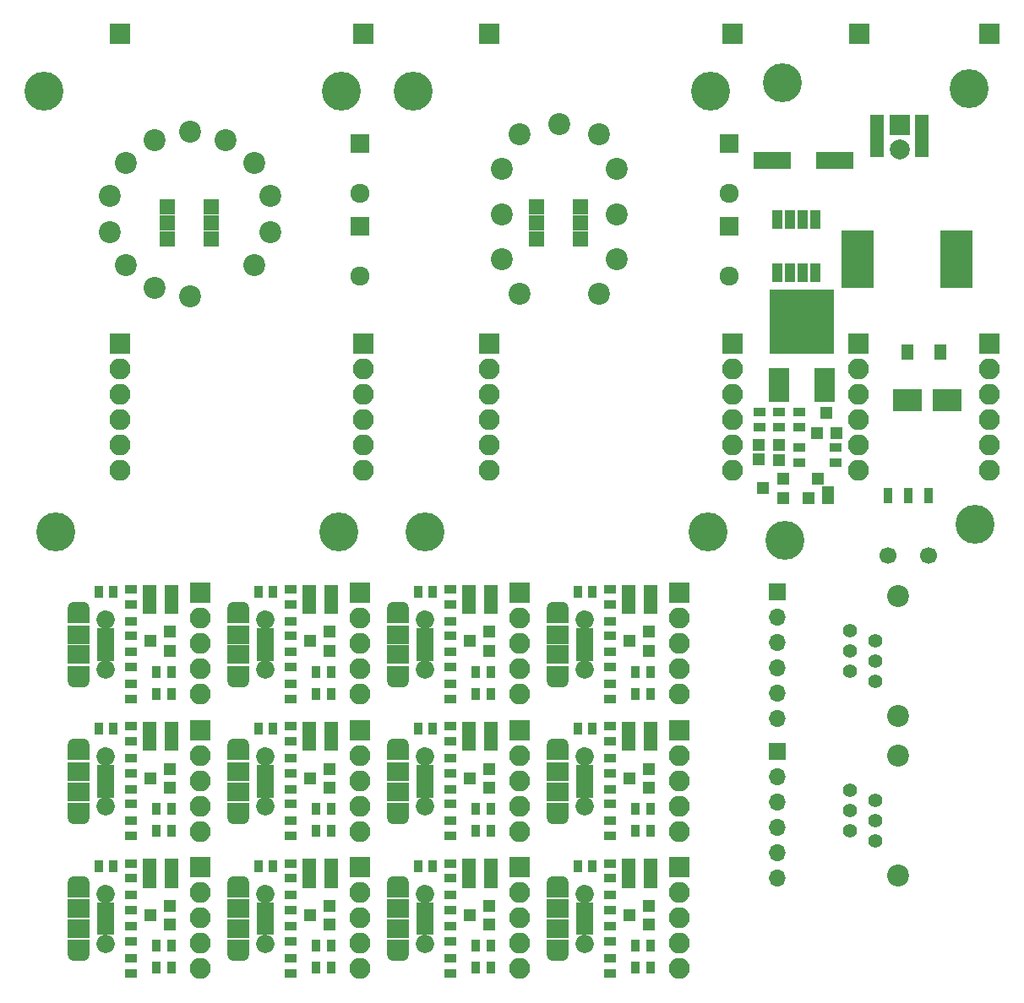
<source format=gts>
%MOIN*%
%OFA0B0*%
%FSLAX46Y46*%
%IPPOS*%
%LPD*%
%ADD10C,0.0039370078740157488*%
%ADD11R,0.0905511811023622X0.074803149606299218*%
%ADD12C,0.072834645669291348*%
%ADD13R,0.068897637795275593X0.031496062992125991*%
%ADD14O,0.0905511811023622X0.062992125984251982*%
%ADD15R,0.0905511811023622X0.062992125984251982*%
%ADD16R,0.051181102362204731X0.047244094488188976*%
%ADD17R,0.082677165354330714X0.082677165354330714*%
%ADD18O,0.082677165354330714X0.082677165354330714*%
%ADD19R,0.05748031496062992X0.041338582677165357*%
%ADD20R,0.051181102362204731X0.035433070866141732*%
%ADD21R,0.035433070866141732X0.051181102362204731*%
%ADD32C,0.0039370078740157488*%
%ADD33R,0.0905511811023622X0.074803149606299218*%
%ADD34C,0.072834645669291348*%
%ADD35R,0.068897637795275593X0.031496062992125991*%
%ADD36O,0.0905511811023622X0.062992125984251982*%
%ADD37R,0.0905511811023622X0.062992125984251982*%
%ADD38R,0.051181102362204731X0.047244094488188976*%
%ADD39R,0.082677165354330714X0.082677165354330714*%
%ADD40O,0.082677165354330714X0.082677165354330714*%
%ADD41R,0.05748031496062992X0.041338582677165357*%
%ADD42R,0.051181102362204731X0.035433070866141732*%
%ADD43R,0.035433070866141732X0.051181102362204731*%
%ADD44C,0.0039370078740157488*%
%ADD45R,0.0905511811023622X0.074803149606299218*%
%ADD46C,0.072834645669291348*%
%ADD47R,0.068897637795275593X0.031496062992125991*%
%ADD48O,0.0905511811023622X0.062992125984251982*%
%ADD49R,0.0905511811023622X0.062992125984251982*%
%ADD50R,0.051181102362204731X0.047244094488188976*%
%ADD51R,0.082677165354330714X0.082677165354330714*%
%ADD52O,0.082677165354330714X0.082677165354330714*%
%ADD53R,0.05748031496062992X0.041338582677165357*%
%ADD54R,0.051181102362204731X0.035433070866141732*%
%ADD55R,0.035433070866141732X0.051181102362204731*%
%ADD56C,0.0039370078740157488*%
%ADD57R,0.0905511811023622X0.074803149606299218*%
%ADD58C,0.072834645669291348*%
%ADD59R,0.068897637795275593X0.031496062992125991*%
%ADD60O,0.0905511811023622X0.062992125984251982*%
%ADD61R,0.0905511811023622X0.062992125984251982*%
%ADD62R,0.051181102362204731X0.047244094488188976*%
%ADD63R,0.082677165354330714X0.082677165354330714*%
%ADD64O,0.082677165354330714X0.082677165354330714*%
%ADD65R,0.05748031496062992X0.041338582677165357*%
%ADD66R,0.051181102362204731X0.035433070866141732*%
%ADD67R,0.035433070866141732X0.051181102362204731*%
%ADD68C,0.0039370078740157488*%
%ADD69R,0.0905511811023622X0.074803149606299218*%
%ADD70C,0.072834645669291348*%
%ADD71R,0.068897637795275593X0.031496062992125991*%
%ADD72O,0.0905511811023622X0.062992125984251982*%
%ADD73R,0.0905511811023622X0.062992125984251982*%
%ADD74R,0.051181102362204731X0.047244094488188976*%
%ADD75R,0.082677165354330714X0.082677165354330714*%
%ADD76O,0.082677165354330714X0.082677165354330714*%
%ADD77R,0.05748031496062992X0.041338582677165357*%
%ADD78R,0.051181102362204731X0.035433070866141732*%
%ADD79R,0.035433070866141732X0.051181102362204731*%
%ADD80C,0.0039370078740157488*%
%ADD81R,0.0905511811023622X0.074803149606299218*%
%ADD82C,0.072834645669291348*%
%ADD83R,0.068897637795275593X0.031496062992125991*%
%ADD84O,0.0905511811023622X0.062992125984251982*%
%ADD85R,0.0905511811023622X0.062992125984251982*%
%ADD86R,0.051181102362204731X0.047244094488188976*%
%ADD87R,0.082677165354330714X0.082677165354330714*%
%ADD88O,0.082677165354330714X0.082677165354330714*%
%ADD89R,0.05748031496062992X0.041338582677165357*%
%ADD90R,0.051181102362204731X0.035433070866141732*%
%ADD91R,0.035433070866141732X0.051181102362204731*%
%ADD92C,0.0039370078740157488*%
%ADD93R,0.0905511811023622X0.074803149606299218*%
%ADD94C,0.072834645669291348*%
%ADD95R,0.068897637795275593X0.031496062992125991*%
%ADD96O,0.0905511811023622X0.062992125984251982*%
%ADD97R,0.0905511811023622X0.062992125984251982*%
%ADD98R,0.051181102362204731X0.047244094488188976*%
%ADD99R,0.082677165354330714X0.082677165354330714*%
%ADD100O,0.082677165354330714X0.082677165354330714*%
%ADD101R,0.05748031496062992X0.041338582677165357*%
%ADD102R,0.051181102362204731X0.035433070866141732*%
%ADD103R,0.035433070866141732X0.051181102362204731*%
%ADD104C,0.0039370078740157488*%
%ADD105R,0.0905511811023622X0.074803149606299218*%
%ADD106C,0.072834645669291348*%
%ADD107R,0.068897637795275593X0.031496062992125991*%
%ADD108O,0.0905511811023622X0.062992125984251982*%
%ADD109R,0.0905511811023622X0.062992125984251982*%
%ADD110R,0.051181102362204731X0.047244094488188976*%
%ADD111R,0.082677165354330714X0.082677165354330714*%
%ADD112O,0.082677165354330714X0.082677165354330714*%
%ADD113R,0.05748031496062992X0.041338582677165357*%
%ADD114R,0.051181102362204731X0.035433070866141732*%
%ADD115R,0.035433070866141732X0.051181102362204731*%
%ADD116C,0.0039370078740157488*%
%ADD117R,0.0905511811023622X0.074803149606299218*%
%ADD118C,0.072834645669291348*%
%ADD119R,0.068897637795275593X0.031496062992125991*%
%ADD120O,0.0905511811023622X0.062992125984251982*%
%ADD121R,0.0905511811023622X0.062992125984251982*%
%ADD122R,0.051181102362204731X0.047244094488188976*%
%ADD123R,0.082677165354330714X0.082677165354330714*%
%ADD124O,0.082677165354330714X0.082677165354330714*%
%ADD125R,0.05748031496062992X0.041338582677165357*%
%ADD126R,0.051181102362204731X0.035433070866141732*%
%ADD127R,0.035433070866141732X0.051181102362204731*%
%ADD128C,0.0039370078740157488*%
%ADD129R,0.0905511811023622X0.074803149606299218*%
%ADD130C,0.072834645669291348*%
%ADD131R,0.068897637795275593X0.031496062992125991*%
%ADD132O,0.0905511811023622X0.062992125984251982*%
%ADD133R,0.0905511811023622X0.062992125984251982*%
%ADD134R,0.051181102362204731X0.047244094488188976*%
%ADD135R,0.082677165354330714X0.082677165354330714*%
%ADD136O,0.082677165354330714X0.082677165354330714*%
%ADD137R,0.05748031496062992X0.041338582677165357*%
%ADD138R,0.051181102362204731X0.035433070866141732*%
%ADD139R,0.035433070866141732X0.051181102362204731*%
%ADD140C,0.0039370078740157488*%
%ADD141R,0.0905511811023622X0.074803149606299218*%
%ADD142C,0.072834645669291348*%
%ADD143R,0.068897637795275593X0.031496062992125991*%
%ADD144O,0.0905511811023622X0.062992125984251982*%
%ADD145R,0.0905511811023622X0.062992125984251982*%
%ADD146R,0.051181102362204731X0.047244094488188976*%
%ADD147R,0.082677165354330714X0.082677165354330714*%
%ADD148O,0.082677165354330714X0.082677165354330714*%
%ADD149R,0.05748031496062992X0.041338582677165357*%
%ADD150R,0.051181102362204731X0.035433070866141732*%
%ADD151R,0.035433070866141732X0.051181102362204731*%
%ADD152C,0.0039370078740157488*%
%ADD153R,0.0905511811023622X0.074803149606299218*%
%ADD154C,0.072834645669291348*%
%ADD155R,0.068897637795275593X0.031496062992125991*%
%ADD156O,0.0905511811023622X0.062992125984251982*%
%ADD157R,0.0905511811023622X0.062992125984251982*%
%ADD158R,0.051181102362204731X0.047244094488188976*%
%ADD159R,0.082677165354330714X0.082677165354330714*%
%ADD160O,0.082677165354330714X0.082677165354330714*%
%ADD161R,0.05748031496062992X0.041338582677165357*%
%ADD162R,0.051181102362204731X0.035433070866141732*%
%ADD163R,0.035433070866141732X0.051181102362204731*%
%ADD164C,0.0039370078740157488*%
%ADD165C,0.086614173228346469*%
%ADD166R,0.062992125984251982X0.062992125984251982*%
%ADD167C,0.15354330708661418*%
%ADD168R,0.07574803149606299X0.07574803149606299*%
%ADD169C,0.07574803149606299*%
%ADD170R,0.082677165354330714X0.082677165354330714*%
%ADD171O,0.082677165354330714X0.082677165354330714*%
%ADD172C,0.0039370078740157488*%
%ADD173C,0.15354330708661418*%
%ADD174C,0.086614173228346469*%
%ADD175R,0.062992125984251982X0.062992125984251982*%
%ADD176R,0.082677165354330714X0.082677165354330714*%
%ADD177O,0.082677165354330714X0.082677165354330714*%
%ADD178R,0.07574803149606299X0.07574803149606299*%
%ADD179C,0.07574803149606299*%
%ADD180C,0.0039370078740157488*%
%ADD181C,0.086614173228346469*%
%ADD182C,0.055118110236220472*%
%ADD183R,0.066929133858267723X0.066929133858267723*%
%ADD184O,0.066929133858267723X0.066929133858267723*%
%ADD185C,0.0039370078740157488*%
%ADD186C,0.086614173228346469*%
%ADD187C,0.055118110236220472*%
%ADD188R,0.066929133858267723X0.066929133858267723*%
%ADD189O,0.066929133858267723X0.066929133858267723*%
%ADD190C,0.0039370078740157488*%
%ADD191R,0.080748031496063008X0.135748031496063*%
%ADD192R,0.255748031496063X0.255748031496063*%
%ADD193C,0.15354330708661418*%
%ADD194R,0.07874015748031496X0.07874015748031496*%
%ADD195C,0.07874015748031496*%
%ADD196R,0.055118110236220472X0.16535433070866143*%
%ADD197R,0.14960629921259844X0.070866141732283464*%
%ADD198R,0.035433070866141732X0.062992125984251982*%
%ADD199C,0.066929133858267723*%
%ADD200R,0.03937007874015748X0.076771653543307089*%
%ADD201R,0.12992125984251968X0.2283464566929134*%
%ADD202R,0.047244094488188976X0.051181102362204731*%
%ADD203R,0.051181102362204731X0.062992125984251982*%
%ADD204R,0.1141732283464567X0.086614173228346469*%
%ADD205R,0.082677165354330714X0.082677165354330714*%
%ADD206R,0.0452755905511811X0.047244094488188976*%
%ADD207R,0.051181102362204731X0.035433070866141732*%
%ADD208R,0.051181102362204731X0.047244094488188976*%
%ADD209R,0.047244094488188976X0.055118110236220472*%
%ADD210O,0.082677165354330714X0.082677165354330714*%
G01G01*
D10*
D11*
X0000196850Y0001181102D02*
X0000275984Y0001409448D03*
D12*
X0000382283Y0001547244D03*
D13*
X0000382283Y0001474409D03*
X0000382283Y0001500000D03*
X0000382283Y0001397637D03*
X0000382283Y0001423228D03*
X0000382283Y0001448818D03*
D12*
X0000382283Y0001350393D03*
D11*
X0000275984Y0001488188D03*
D14*
X0000275984Y0001586614D03*
X0000275984Y0001311023D03*
D15*
X0000275984Y0001334645D03*
X0000275984Y0001562992D03*
D16*
X0000635433Y0001424409D03*
X0000635433Y0001499212D03*
X0000556692Y0001461810D03*
D17*
X0000755905Y0001651574D03*
D18*
X0000755905Y0001551574D03*
X0000755905Y0001451574D03*
X0000755905Y0001351574D03*
X0000755905Y0001251574D03*
D19*
X0000553937Y0001664566D03*
X0000553937Y0001627165D03*
X0000553937Y0001589763D03*
X0000640551Y0001589763D03*
X0000640551Y0001664566D03*
X0000640551Y0001627165D03*
D20*
X0000481102Y0001666929D03*
X0000481102Y0001607874D03*
X0000481102Y0001481889D03*
X0000481102Y0001540944D03*
D21*
X0000412598Y0001656299D03*
X0000353543Y0001656299D03*
D20*
X0000481102Y0001360236D03*
X0000481102Y0001419291D03*
X0000481102Y0001292913D03*
X0000481102Y0001233858D03*
D21*
X0000640944Y0001254724D03*
X0000581889Y0001254724D03*
X0000640944Y0001340944D03*
X0000581889Y0001340944D03*
G04 next file*
G04 Gerber Fmt 4.6, Leading zero omitted, Abs format (unit mm)*
G04 Created by KiCad (PCBNEW 4.0.7) date 11/16/17 17:14:57*
G01G01*
G04 APERTURE LIST*
G04 APERTURE END LIST*
D32*
D33*
X0000196850Y0000639763D02*
X0000275984Y0000868110D03*
D34*
X0000382283Y0001005905D03*
D35*
X0000382283Y0000933070D03*
X0000382283Y0000958661D03*
X0000382283Y0000856299D03*
X0000382283Y0000881889D03*
X0000382283Y0000907480D03*
D34*
X0000382283Y0000809055D03*
D33*
X0000275984Y0000946850D03*
D36*
X0000275984Y0001045275D03*
X0000275984Y0000769685D03*
D37*
X0000275984Y0000793307D03*
X0000275984Y0001021653D03*
D38*
X0000635433Y0000883070D03*
X0000635433Y0000957874D03*
X0000556692Y0000920472D03*
D39*
X0000755905Y0001110236D03*
D40*
X0000755905Y0001010236D03*
X0000755905Y0000910236D03*
X0000755905Y0000810236D03*
X0000755905Y0000710236D03*
D41*
X0000553937Y0001123228D03*
X0000553937Y0001085826D03*
X0000553937Y0001048425D03*
X0000640551Y0001048425D03*
X0000640551Y0001123228D03*
X0000640551Y0001085826D03*
D42*
X0000481102Y0001125590D03*
X0000481102Y0001066535D03*
X0000481102Y0000940551D03*
X0000481102Y0000999606D03*
D43*
X0000412598Y0001114960D03*
X0000353543Y0001114960D03*
D42*
X0000481102Y0000818897D03*
X0000481102Y0000877952D03*
X0000481102Y0000751574D03*
X0000481102Y0000692519D03*
D43*
X0000640944Y0000713385D03*
X0000581889Y0000713385D03*
X0000640944Y0000799606D03*
X0000581889Y0000799606D03*
G04 next file*
G04 Gerber Fmt 4.6, Leading zero omitted, Abs format (unit mm)*
G04 Created by KiCad (PCBNEW 4.0.7) date 11/16/17 17:14:57*
G01G01*
G04 APERTURE LIST*
G04 APERTURE END LIST*
D44*
D45*
X0000196850Y0000098425D02*
X0000275984Y0000326771D03*
D46*
X0000382283Y0000464566D03*
D47*
X0000382283Y0000391732D03*
X0000382283Y0000417322D03*
X0000382283Y0000314960D03*
X0000382283Y0000340551D03*
X0000382283Y0000366141D03*
D46*
X0000382283Y0000267716D03*
D45*
X0000275984Y0000405511D03*
D48*
X0000275984Y0000503937D03*
X0000275984Y0000228346D03*
D49*
X0000275984Y0000251968D03*
X0000275984Y0000480314D03*
D50*
X0000635433Y0000341732D03*
X0000635433Y0000416535D03*
X0000556692Y0000379133D03*
D51*
X0000755905Y0000568897D03*
D52*
X0000755905Y0000468897D03*
X0000755905Y0000368897D03*
X0000755905Y0000268897D03*
X0000755905Y0000168897D03*
D53*
X0000553937Y0000581889D03*
X0000553937Y0000544488D03*
X0000553937Y0000507086D03*
X0000640551Y0000507086D03*
X0000640551Y0000581889D03*
X0000640551Y0000544488D03*
D54*
X0000481102Y0000584251D03*
X0000481102Y0000525196D03*
X0000481102Y0000399212D03*
X0000481102Y0000458267D03*
D55*
X0000412598Y0000573622D03*
X0000353543Y0000573622D03*
D54*
X0000481102Y0000277559D03*
X0000481102Y0000336614D03*
X0000481102Y0000210236D03*
X0000481102Y0000151181D03*
D55*
X0000640944Y0000172047D03*
X0000581889Y0000172047D03*
X0000640944Y0000258267D03*
X0000581889Y0000258267D03*
G04 next file*
G04 Gerber Fmt 4.6, Leading zero omitted, Abs format (unit mm)*
G04 Created by KiCad (PCBNEW 4.0.7) date 11/16/17 17:14:57*
G01G01*
G04 APERTURE LIST*
G04 APERTURE END LIST*
D56*
D57*
X0000826771Y0001181102D02*
X0000905905Y0001409448D03*
D58*
X0001012204Y0001547244D03*
D59*
X0001012204Y0001474409D03*
X0001012204Y0001500000D03*
X0001012204Y0001397637D03*
X0001012204Y0001423228D03*
X0001012204Y0001448818D03*
D58*
X0001012204Y0001350393D03*
D57*
X0000905905Y0001488188D03*
D60*
X0000905905Y0001586614D03*
X0000905905Y0001311023D03*
D61*
X0000905905Y0001334645D03*
X0000905905Y0001562992D03*
D62*
X0001265354Y0001424409D03*
X0001265354Y0001499212D03*
X0001186614Y0001461810D03*
D63*
X0001385826Y0001651574D03*
D64*
X0001385826Y0001551574D03*
X0001385826Y0001451574D03*
X0001385826Y0001351574D03*
X0001385826Y0001251574D03*
D65*
X0001183858Y0001664566D03*
X0001183858Y0001627165D03*
X0001183858Y0001589763D03*
X0001270472Y0001589763D03*
X0001270472Y0001664566D03*
X0001270472Y0001627165D03*
D66*
X0001111023Y0001666929D03*
X0001111023Y0001607874D03*
X0001111023Y0001481889D03*
X0001111023Y0001540944D03*
D67*
X0001042519Y0001656299D03*
X0000983464Y0001656299D03*
D66*
X0001111023Y0001360236D03*
X0001111023Y0001419291D03*
X0001111023Y0001292913D03*
X0001111023Y0001233858D03*
D67*
X0001270866Y0001254724D03*
X0001211811Y0001254724D03*
X0001270866Y0001340944D03*
X0001211811Y0001340944D03*
G04 next file*
G04 Gerber Fmt 4.6, Leading zero omitted, Abs format (unit mm)*
G04 Created by KiCad (PCBNEW 4.0.7) date 11/16/17 17:14:57*
G01G01*
G04 APERTURE LIST*
G04 APERTURE END LIST*
D68*
D69*
X0000826771Y0000639763D02*
X0000905905Y0000868110D03*
D70*
X0001012204Y0001005905D03*
D71*
X0001012204Y0000933070D03*
X0001012204Y0000958661D03*
X0001012204Y0000856299D03*
X0001012204Y0000881889D03*
X0001012204Y0000907480D03*
D70*
X0001012204Y0000809055D03*
D69*
X0000905905Y0000946850D03*
D72*
X0000905905Y0001045275D03*
X0000905905Y0000769685D03*
D73*
X0000905905Y0000793307D03*
X0000905905Y0001021653D03*
D74*
X0001265354Y0000883070D03*
X0001265354Y0000957874D03*
X0001186614Y0000920472D03*
D75*
X0001385826Y0001110236D03*
D76*
X0001385826Y0001010236D03*
X0001385826Y0000910236D03*
X0001385826Y0000810236D03*
X0001385826Y0000710236D03*
D77*
X0001183858Y0001123228D03*
X0001183858Y0001085826D03*
X0001183858Y0001048425D03*
X0001270472Y0001048425D03*
X0001270472Y0001123228D03*
X0001270472Y0001085826D03*
D78*
X0001111023Y0001125590D03*
X0001111023Y0001066535D03*
X0001111023Y0000940551D03*
X0001111023Y0000999606D03*
D79*
X0001042519Y0001114960D03*
X0000983464Y0001114960D03*
D78*
X0001111023Y0000818897D03*
X0001111023Y0000877952D03*
X0001111023Y0000751574D03*
X0001111023Y0000692519D03*
D79*
X0001270866Y0000713385D03*
X0001211811Y0000713385D03*
X0001270866Y0000799606D03*
X0001211811Y0000799606D03*
G04 next file*
G04 Gerber Fmt 4.6, Leading zero omitted, Abs format (unit mm)*
G04 Created by KiCad (PCBNEW 4.0.7) date 11/16/17 17:14:57*
G01G01*
G04 APERTURE LIST*
G04 APERTURE END LIST*
D80*
D81*
X0000826771Y0000098425D02*
X0000905905Y0000326771D03*
D82*
X0001012204Y0000464566D03*
D83*
X0001012204Y0000391732D03*
X0001012204Y0000417322D03*
X0001012204Y0000314960D03*
X0001012204Y0000340551D03*
X0001012204Y0000366141D03*
D82*
X0001012204Y0000267716D03*
D81*
X0000905905Y0000405511D03*
D84*
X0000905905Y0000503937D03*
X0000905905Y0000228346D03*
D85*
X0000905905Y0000251968D03*
X0000905905Y0000480314D03*
D86*
X0001265354Y0000341732D03*
X0001265354Y0000416535D03*
X0001186614Y0000379133D03*
D87*
X0001385826Y0000568897D03*
D88*
X0001385826Y0000468897D03*
X0001385826Y0000368897D03*
X0001385826Y0000268897D03*
X0001385826Y0000168897D03*
D89*
X0001183858Y0000581889D03*
X0001183858Y0000544488D03*
X0001183858Y0000507086D03*
X0001270472Y0000507086D03*
X0001270472Y0000581889D03*
X0001270472Y0000544488D03*
D90*
X0001111023Y0000584251D03*
X0001111023Y0000525196D03*
X0001111023Y0000399212D03*
X0001111023Y0000458267D03*
D91*
X0001042519Y0000573622D03*
X0000983464Y0000573622D03*
D90*
X0001111023Y0000277559D03*
X0001111023Y0000336614D03*
X0001111023Y0000210236D03*
X0001111023Y0000151181D03*
D91*
X0001270866Y0000172047D03*
X0001211811Y0000172047D03*
X0001270866Y0000258267D03*
X0001211811Y0000258267D03*
G04 next file*
G04 Gerber Fmt 4.6, Leading zero omitted, Abs format (unit mm)*
G04 Created by KiCad (PCBNEW 4.0.7) date 11/16/17 17:14:57*
G01G01*
G04 APERTURE LIST*
G04 APERTURE END LIST*
D92*
D93*
X0001456692Y0001181102D02*
X0001535826Y0001409448D03*
D94*
X0001642125Y0001547244D03*
D95*
X0001642125Y0001474409D03*
X0001642125Y0001500000D03*
X0001642125Y0001397637D03*
X0001642125Y0001423228D03*
X0001642125Y0001448818D03*
D94*
X0001642125Y0001350393D03*
D93*
X0001535826Y0001488188D03*
D96*
X0001535826Y0001586614D03*
X0001535826Y0001311023D03*
D97*
X0001535826Y0001334645D03*
X0001535826Y0001562992D03*
D98*
X0001895275Y0001424409D03*
X0001895275Y0001499212D03*
X0001816535Y0001461810D03*
D99*
X0002015748Y0001651574D03*
D100*
X0002015748Y0001551574D03*
X0002015748Y0001451574D03*
X0002015748Y0001351574D03*
X0002015748Y0001251574D03*
D101*
X0001813779Y0001664566D03*
X0001813779Y0001627165D03*
X0001813779Y0001589763D03*
X0001900393Y0001589763D03*
X0001900393Y0001664566D03*
X0001900393Y0001627165D03*
D102*
X0001740944Y0001666929D03*
X0001740944Y0001607874D03*
X0001740944Y0001481889D03*
X0001740944Y0001540944D03*
D103*
X0001672440Y0001656299D03*
X0001613385Y0001656299D03*
D102*
X0001740944Y0001360236D03*
X0001740944Y0001419291D03*
X0001740944Y0001292913D03*
X0001740944Y0001233858D03*
D103*
X0001900787Y0001254724D03*
X0001841732Y0001254724D03*
X0001900787Y0001340944D03*
X0001841732Y0001340944D03*
G04 next file*
G04 Gerber Fmt 4.6, Leading zero omitted, Abs format (unit mm)*
G04 Created by KiCad (PCBNEW 4.0.7) date 11/16/17 17:14:57*
G01G01*
G04 APERTURE LIST*
G04 APERTURE END LIST*
D104*
D105*
X0001456692Y0000639763D02*
X0001535826Y0000868110D03*
D106*
X0001642125Y0001005905D03*
D107*
X0001642125Y0000933070D03*
X0001642125Y0000958661D03*
X0001642125Y0000856299D03*
X0001642125Y0000881889D03*
X0001642125Y0000907480D03*
D106*
X0001642125Y0000809055D03*
D105*
X0001535826Y0000946850D03*
D108*
X0001535826Y0001045275D03*
X0001535826Y0000769685D03*
D109*
X0001535826Y0000793307D03*
X0001535826Y0001021653D03*
D110*
X0001895275Y0000883070D03*
X0001895275Y0000957874D03*
X0001816535Y0000920472D03*
D111*
X0002015748Y0001110236D03*
D112*
X0002015748Y0001010236D03*
X0002015748Y0000910236D03*
X0002015748Y0000810236D03*
X0002015748Y0000710236D03*
D113*
X0001813779Y0001123228D03*
X0001813779Y0001085826D03*
X0001813779Y0001048425D03*
X0001900393Y0001048425D03*
X0001900393Y0001123228D03*
X0001900393Y0001085826D03*
D114*
X0001740944Y0001125590D03*
X0001740944Y0001066535D03*
X0001740944Y0000940551D03*
X0001740944Y0000999606D03*
D115*
X0001672440Y0001114960D03*
X0001613385Y0001114960D03*
D114*
X0001740944Y0000818897D03*
X0001740944Y0000877952D03*
X0001740944Y0000751574D03*
X0001740944Y0000692519D03*
D115*
X0001900787Y0000713385D03*
X0001841732Y0000713385D03*
X0001900787Y0000799606D03*
X0001841732Y0000799606D03*
G04 next file*
G04 Gerber Fmt 4.6, Leading zero omitted, Abs format (unit mm)*
G04 Created by KiCad (PCBNEW 4.0.7) date 11/16/17 17:14:57*
G01G01*
G04 APERTURE LIST*
G04 APERTURE END LIST*
D116*
D117*
X0001456692Y0000098425D02*
X0001535826Y0000326771D03*
D118*
X0001642125Y0000464566D03*
D119*
X0001642125Y0000391732D03*
X0001642125Y0000417322D03*
X0001642125Y0000314960D03*
X0001642125Y0000340551D03*
X0001642125Y0000366141D03*
D118*
X0001642125Y0000267716D03*
D117*
X0001535826Y0000405511D03*
D120*
X0001535826Y0000503937D03*
X0001535826Y0000228346D03*
D121*
X0001535826Y0000251968D03*
X0001535826Y0000480314D03*
D122*
X0001895275Y0000341732D03*
X0001895275Y0000416535D03*
X0001816535Y0000379133D03*
D123*
X0002015748Y0000568897D03*
D124*
X0002015748Y0000468897D03*
X0002015748Y0000368897D03*
X0002015748Y0000268897D03*
X0002015748Y0000168897D03*
D125*
X0001813779Y0000581889D03*
X0001813779Y0000544488D03*
X0001813779Y0000507086D03*
X0001900393Y0000507086D03*
X0001900393Y0000581889D03*
X0001900393Y0000544488D03*
D126*
X0001740944Y0000584251D03*
X0001740944Y0000525196D03*
X0001740944Y0000399212D03*
X0001740944Y0000458267D03*
D127*
X0001672440Y0000573622D03*
X0001613385Y0000573622D03*
D126*
X0001740944Y0000277559D03*
X0001740944Y0000336614D03*
X0001740944Y0000210236D03*
X0001740944Y0000151181D03*
D127*
X0001900787Y0000172047D03*
X0001841732Y0000172047D03*
X0001900787Y0000258267D03*
X0001841732Y0000258267D03*
G04 next file*
G04 Gerber Fmt 4.6, Leading zero omitted, Abs format (unit mm)*
G04 Created by KiCad (PCBNEW 4.0.7) date 11/16/17 17:14:57*
G01G01*
G04 APERTURE LIST*
G04 APERTURE END LIST*
D128*
D129*
X0002086614Y0001181102D02*
X0002165748Y0001409448D03*
D130*
X0002272047Y0001547244D03*
D131*
X0002272047Y0001474409D03*
X0002272047Y0001500000D03*
X0002272047Y0001397637D03*
X0002272047Y0001423228D03*
X0002272047Y0001448818D03*
D130*
X0002272047Y0001350393D03*
D129*
X0002165748Y0001488188D03*
D132*
X0002165748Y0001586614D03*
X0002165748Y0001311023D03*
D133*
X0002165748Y0001334645D03*
X0002165748Y0001562992D03*
D134*
X0002525196Y0001424409D03*
X0002525196Y0001499212D03*
X0002446456Y0001461810D03*
D135*
X0002645669Y0001651574D03*
D136*
X0002645669Y0001551574D03*
X0002645669Y0001451574D03*
X0002645669Y0001351574D03*
X0002645669Y0001251574D03*
D137*
X0002443700Y0001664566D03*
X0002443700Y0001627165D03*
X0002443700Y0001589763D03*
X0002530314Y0001589763D03*
X0002530314Y0001664566D03*
X0002530314Y0001627165D03*
D138*
X0002370866Y0001666929D03*
X0002370866Y0001607874D03*
X0002370866Y0001481889D03*
X0002370866Y0001540944D03*
D139*
X0002302362Y0001656299D03*
X0002243307Y0001656299D03*
D138*
X0002370866Y0001360236D03*
X0002370866Y0001419291D03*
X0002370866Y0001292913D03*
X0002370866Y0001233858D03*
D139*
X0002530708Y0001254724D03*
X0002471653Y0001254724D03*
X0002530708Y0001340944D03*
X0002471653Y0001340944D03*
G04 next file*
G04 Gerber Fmt 4.6, Leading zero omitted, Abs format (unit mm)*
G04 Created by KiCad (PCBNEW 4.0.7) date 11/16/17 17:14:57*
G01G01*
G04 APERTURE LIST*
G04 APERTURE END LIST*
D140*
D141*
X0002086614Y0000639763D02*
X0002165748Y0000868110D03*
D142*
X0002272047Y0001005905D03*
D143*
X0002272047Y0000933070D03*
X0002272047Y0000958661D03*
X0002272047Y0000856299D03*
X0002272047Y0000881889D03*
X0002272047Y0000907480D03*
D142*
X0002272047Y0000809055D03*
D141*
X0002165748Y0000946850D03*
D144*
X0002165748Y0001045275D03*
X0002165748Y0000769685D03*
D145*
X0002165748Y0000793307D03*
X0002165748Y0001021653D03*
D146*
X0002525196Y0000883070D03*
X0002525196Y0000957874D03*
X0002446456Y0000920472D03*
D147*
X0002645669Y0001110236D03*
D148*
X0002645669Y0001010236D03*
X0002645669Y0000910236D03*
X0002645669Y0000810236D03*
X0002645669Y0000710236D03*
D149*
X0002443700Y0001123228D03*
X0002443700Y0001085826D03*
X0002443700Y0001048425D03*
X0002530314Y0001048425D03*
X0002530314Y0001123228D03*
X0002530314Y0001085826D03*
D150*
X0002370866Y0001125590D03*
X0002370866Y0001066535D03*
X0002370866Y0000940551D03*
X0002370866Y0000999606D03*
D151*
X0002302362Y0001114960D03*
X0002243307Y0001114960D03*
D150*
X0002370866Y0000818897D03*
X0002370866Y0000877952D03*
X0002370866Y0000751574D03*
X0002370866Y0000692519D03*
D151*
X0002530708Y0000713385D03*
X0002471653Y0000713385D03*
X0002530708Y0000799606D03*
X0002471653Y0000799606D03*
G04 next file*
G04 Gerber Fmt 4.6, Leading zero omitted, Abs format (unit mm)*
G04 Created by KiCad (PCBNEW 4.0.7) date 11/16/17 17:14:57*
G01G01*
G04 APERTURE LIST*
G04 APERTURE END LIST*
D152*
D153*
X0002086614Y0000098425D02*
X0002165748Y0000326771D03*
D154*
X0002272047Y0000464566D03*
D155*
X0002272047Y0000391732D03*
X0002272047Y0000417322D03*
X0002272047Y0000314960D03*
X0002272047Y0000340551D03*
X0002272047Y0000366141D03*
D154*
X0002272047Y0000267716D03*
D153*
X0002165748Y0000405511D03*
D156*
X0002165748Y0000503937D03*
X0002165748Y0000228346D03*
D157*
X0002165748Y0000251968D03*
X0002165748Y0000480314D03*
D158*
X0002525196Y0000341732D03*
X0002525196Y0000416535D03*
X0002446456Y0000379133D03*
D159*
X0002645669Y0000568897D03*
D160*
X0002645669Y0000468897D03*
X0002645669Y0000368897D03*
X0002645669Y0000268897D03*
X0002645669Y0000168897D03*
D161*
X0002443700Y0000581889D03*
X0002443700Y0000544488D03*
X0002443700Y0000507086D03*
X0002530314Y0000507086D03*
X0002530314Y0000581889D03*
X0002530314Y0000544488D03*
D162*
X0002370866Y0000584251D03*
X0002370866Y0000525196D03*
X0002370866Y0000399212D03*
X0002370866Y0000458267D03*
D163*
X0002302362Y0000573622D03*
X0002243307Y0000573622D03*
D162*
X0002370866Y0000277559D03*
X0002370866Y0000336614D03*
X0002370866Y0000210236D03*
X0002370866Y0000151181D03*
D163*
X0002530708Y0000172047D03*
X0002471653Y0000172047D03*
X0002530708Y0000258267D03*
X0002471653Y0000258267D03*
G04 next file*
G04 Gerber Fmt 4.6, Leading zero omitted, Abs format (unit mm)*
G04 Created by KiCad (PCBNEW 4.0.7) date 11/16/17 20:56:22*
G01G01*
G04 APERTURE LIST*
G04 APERTURE END LIST*
D164*
D165*
X0001456692Y0003937007D02*
X0002397368Y0003325362D03*
X0002397368Y0003148196D03*
X0002397368Y0002971031D03*
X0001944612Y0003325362D03*
X0001944612Y0003148196D03*
X0001944612Y0002971031D03*
X0002013510Y0003463157D03*
X0002328470Y0003463157D03*
X0002013510Y0002833236D03*
X0002328470Y0002833236D03*
X0002170990Y0003502527D03*
D166*
X0002253937Y0003175196D03*
X0002253937Y0003112204D03*
X0002080708Y0003175196D03*
X0002080708Y0003112204D03*
X0002080708Y0003049212D03*
X0002253937Y0003049212D03*
D167*
X0002757086Y0001893700D03*
X0001641732Y0001893700D03*
X0001594488Y0003633858D03*
X0002767716Y0003633858D03*
D168*
X0002840551Y0003427165D03*
D169*
X0002840551Y0003230314D03*
D168*
X0002842519Y0003098425D03*
D169*
X0002842519Y0002901574D03*
D170*
X0001893700Y0002637795D03*
D171*
X0001893700Y0002537795D03*
X0001893700Y0002437795D03*
X0001893700Y0002337795D03*
X0001893700Y0002237795D03*
X0001893700Y0002137795D03*
D170*
X0002854330Y0002637795D03*
D171*
X0002854330Y0002537795D03*
X0002854330Y0002437795D03*
X0002854330Y0002337795D03*
X0002854330Y0002237795D03*
X0002854330Y0002137795D03*
D170*
X0002856299Y0003858267D03*
X0001893700Y0003858267D03*
G04 next file*
G04 Gerber Fmt 4.6, Leading zero omitted, Abs format (unit mm)*
G04 Created by KiCad (PCBNEW 4.0.7) date 11/16/17 21:01:15*
G01G01*
G04 APERTURE LIST*
G04 APERTURE END LIST*
D172*
D173*
X0000000000Y0003937007D02*
X0001311023Y0003633858D03*
X0000137795Y0003633858D03*
X0000185039Y0001893700D03*
X0001300393Y0001893700D03*
D174*
X0000714297Y0003473000D03*
X0000573370Y0003440834D03*
X0000460356Y0003350708D03*
X0000397637Y0003220472D03*
X0000397637Y0003075921D03*
X0000460356Y0002945685D03*
X0000573370Y0002855559D03*
X0000714297Y0002823393D03*
X0000968238Y0002945685D03*
X0001030957Y0003075921D03*
X0001030957Y0003220472D03*
X0000968238Y0003350708D03*
X0000855224Y0003440834D03*
D175*
X0000797244Y0003175196D03*
X0000797244Y0003112204D03*
X0000624015Y0003175196D03*
X0000624015Y0003112204D03*
X0000624015Y0003049212D03*
X0000797244Y0003049212D03*
D176*
X0000437007Y0003858267D03*
X0000437007Y0002637795D03*
D177*
X0000437007Y0002537795D03*
X0000437007Y0002437795D03*
X0000437007Y0002337795D03*
X0000437007Y0002237795D03*
X0000437007Y0002137795D03*
D176*
X0001399606Y0003858267D03*
X0001397637Y0002637795D03*
D177*
X0001397637Y0002537795D03*
X0001397637Y0002437795D03*
X0001397637Y0002337795D03*
X0001397637Y0002237795D03*
X0001397637Y0002137795D03*
D178*
X0001385826Y0003098425D03*
D179*
X0001385826Y0002901574D03*
D178*
X0001383858Y0003427165D03*
D179*
X0001383858Y0003230314D03*
G04 next file*
G04 Gerber Fmt 4.6, Leading zero omitted, Abs format (unit mm)*
G04 Created by KiCad (PCBNEW 4.0.7) date 11/16/17 21:03:46*
G01G01*
G04 APERTURE LIST*
G04 APERTURE END LIST*
D180*
D181*
X0002913385Y0000460629D02*
X0003508267Y0000537401D03*
X0003508267Y0001009842D03*
D182*
X0003417716Y0000673622D03*
X0003317716Y0000713582D03*
X0003417716Y0000753543D03*
X0003317716Y0000793503D03*
X0003417716Y0000833464D03*
X0003317716Y0000873424D03*
D183*
X0003031496Y0001025590D03*
D184*
X0003031496Y0000925590D03*
X0003031496Y0000825590D03*
X0003031496Y0000725590D03*
X0003031496Y0000625590D03*
X0003031496Y0000525590D03*
G04 next file*
G04 Gerber Fmt 4.6, Leading zero omitted, Abs format (unit mm)*
G04 Created by KiCad (PCBNEW 4.0.7) date 11/16/17 21:03:46*
G01G01*
G04 APERTURE LIST*
G04 APERTURE END LIST*
D185*
D186*
X0002913385Y0001090551D02*
X0003508267Y0001167322D03*
X0003508267Y0001639763D03*
D187*
X0003417716Y0001303543D03*
X0003317716Y0001343503D03*
X0003417716Y0001383464D03*
X0003317716Y0001423425D03*
X0003417716Y0001463385D03*
X0003317716Y0001503346D03*
D188*
X0003031496Y0001655511D03*
D189*
X0003031496Y0001555511D03*
X0003031496Y0001455511D03*
X0003031496Y0001355511D03*
X0003031496Y0001255511D03*
X0003031496Y0001155511D03*
G04 next file*
G04 Gerber Fmt 4.6, Leading zero omitted, Abs format (unit mm)*
G04 Created by KiCad (PCBNEW 4.0.7) date 11/16/17 21:22:26*
G01G01*
G04 APERTURE LIST*
G04 APERTURE END LIST*
D190*
D191*
X0002913385Y0003937007D02*
X0003036535Y0002472440D03*
D192*
X0003126535Y0002722440D03*
D191*
X0003216535Y0002472440D03*
D193*
X0003810236Y0001924409D03*
X0003062992Y0001858267D03*
X0003787401Y0003641732D03*
X0003051181Y0003665354D03*
D194*
X0003514173Y0003500196D03*
D195*
X0003514173Y0003401771D03*
D196*
X0003425590Y0003455905D03*
X0003602755Y0003455905D03*
D197*
X0003012598Y0003358267D03*
X0003256692Y0003358267D03*
D198*
X0003548425Y0002035039D03*
X0003627165Y0002035039D03*
X0003469685Y0002035039D03*
D199*
X0003469685Y0001798818D03*
X0003627165Y0001798818D03*
D200*
X0003031299Y0002915354D03*
X0003081299Y0002915354D03*
X0003131299Y0002915354D03*
X0003181299Y0002915354D03*
X0003181299Y0003127952D03*
X0003131299Y0003127952D03*
X0003081299Y0003127952D03*
X0003031299Y0003127952D03*
D201*
X0003738582Y0002970472D03*
X0003346456Y0002970472D03*
D202*
X0003188976Y0002283464D03*
X0003263779Y0002283464D03*
X0003226377Y0002362204D03*
D203*
X0003545275Y0002602362D03*
X0003675196Y0002602362D03*
D204*
X0003545275Y0002413385D03*
X0003702755Y0002413385D03*
D205*
X0003354330Y0003858267D03*
D206*
X0003037401Y0002177165D03*
X0003037401Y0002236220D03*
X0002956692Y0002179133D03*
X0002956692Y0002238188D03*
D207*
X0002960629Y0002365157D03*
X0002960629Y0002306102D03*
X0003118110Y0002306102D03*
X0003118110Y0002365157D03*
X0003039370Y0002365157D03*
X0003039370Y0002306102D03*
D208*
X0003053149Y0002027559D03*
X0003053149Y0002102362D03*
X0002974409Y0002064960D03*
D207*
X0003118110Y0002167322D03*
X0003118110Y0002226377D03*
X0003259842Y0002226377D03*
X0003259842Y0002167322D03*
D202*
X0003155511Y0002025590D03*
X0003230314Y0002025590D03*
X0003192913Y0002104330D03*
D209*
X0003230314Y0002047244D03*
D205*
X0003868110Y0002637795D03*
D210*
X0003868110Y0002537795D03*
X0003868110Y0002437795D03*
X0003868110Y0002337795D03*
X0003868110Y0002237795D03*
X0003868110Y0002137795D03*
D205*
X0003350393Y0002637795D03*
D210*
X0003350393Y0002537795D03*
X0003350393Y0002437795D03*
X0003350393Y0002337795D03*
X0003350393Y0002237795D03*
X0003350393Y0002137795D03*
D205*
X0003868110Y0003858267D03*
M02*
</source>
